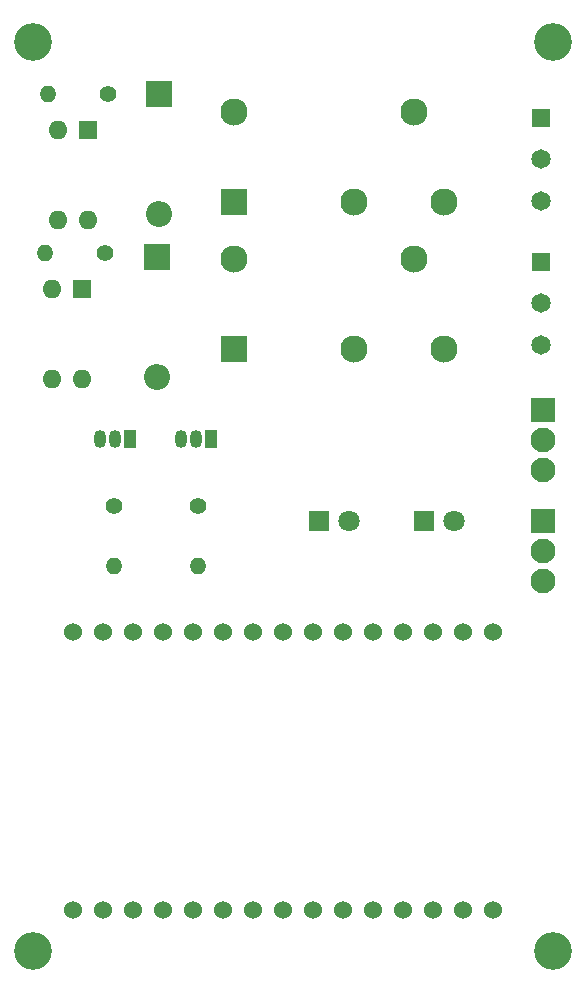
<source format=gbr>
%TF.GenerationSoftware,KiCad,Pcbnew,(5.1.10)-1*%
%TF.CreationDate,2021-06-25T14:15:48-05:00*%
%TF.ProjectId,ESPRelay,45535052-656c-4617-992e-6b696361645f,rev?*%
%TF.SameCoordinates,Original*%
%TF.FileFunction,Soldermask,Bot*%
%TF.FilePolarity,Negative*%
%FSLAX46Y46*%
G04 Gerber Fmt 4.6, Leading zero omitted, Abs format (unit mm)*
G04 Created by KiCad (PCBNEW (5.1.10)-1) date 2021-06-25 14:15:48*
%MOMM*%
%LPD*%
G01*
G04 APERTURE LIST*
%ADD10C,1.524000*%
%ADD11C,1.800000*%
%ADD12R,1.800000X1.800000*%
%ADD13R,2.200000X2.200000*%
%ADD14O,2.200000X2.200000*%
%ADD15C,3.200000*%
%ADD16C,2.300000*%
%ADD17R,2.300000X2.300000*%
%ADD18O,1.050000X1.500000*%
%ADD19R,1.050000X1.500000*%
%ADD20C,1.400000*%
%ADD21O,1.400000X1.400000*%
%ADD22O,1.600000X1.600000*%
%ADD23R,1.600000X1.600000*%
%ADD24C,1.650000*%
%ADD25R,1.650000X1.650000*%
%ADD26C,2.100000*%
%ADD27R,2.100000X2.100000*%
G04 APERTURE END LIST*
D10*
%TO.C,U1*%
X124968000Y-110998000D03*
X122428000Y-110998000D03*
X119888000Y-110998000D03*
X117348000Y-110998000D03*
X114808000Y-110998000D03*
X112268000Y-110998000D03*
X109728000Y-110998000D03*
X107188000Y-110998000D03*
X104648000Y-110998000D03*
X102108000Y-110998000D03*
X99568000Y-110998000D03*
X97028000Y-110998000D03*
X94488000Y-110998000D03*
X91948000Y-110998000D03*
X89408000Y-110998000D03*
X89408000Y-134493000D03*
X91948000Y-134493000D03*
X94488000Y-134493000D03*
X97028000Y-134493000D03*
X99568000Y-134493000D03*
X102108000Y-134493000D03*
X104648000Y-134493000D03*
X107188000Y-134493000D03*
X109728000Y-134493000D03*
X112268000Y-134493000D03*
X114808000Y-134493000D03*
X117348000Y-134493000D03*
X119888000Y-134493000D03*
X122428000Y-134493000D03*
X124968000Y-134493000D03*
%TD*%
D11*
%TO.C,D1*%
X112740000Y-101531000D03*
D12*
X110200000Y-101531000D03*
%TD*%
%TO.C,D2*%
X119126000Y-101531000D03*
D11*
X121666000Y-101531000D03*
%TD*%
D13*
%TO.C,D3*%
X96647000Y-65405000D03*
D14*
X96647000Y-75565000D03*
%TD*%
%TO.C,D4*%
X96520000Y-89408000D03*
D13*
X96520000Y-79248000D03*
%TD*%
D15*
%TO.C,H1*%
X86000000Y-61000000D03*
%TD*%
%TO.C,H2*%
X86000000Y-138000000D03*
%TD*%
%TO.C,H3*%
X130000000Y-138000000D03*
%TD*%
%TO.C,H4*%
X130000000Y-61000000D03*
%TD*%
D16*
%TO.C,K1*%
X102997000Y-79375000D03*
X118237000Y-79375000D03*
X120777000Y-86995000D03*
X113157000Y-86995000D03*
D17*
X102997000Y-86995000D03*
%TD*%
%TO.C,K2*%
X102997000Y-74549000D03*
D16*
X113157000Y-74549000D03*
X120777000Y-74549000D03*
X118237000Y-66929000D03*
X102997000Y-66929000D03*
%TD*%
D18*
%TO.C,Q1*%
X99822000Y-94615000D03*
X98552000Y-94615000D03*
D19*
X101092000Y-94615000D03*
%TD*%
%TO.C,Q2*%
X94234000Y-94615000D03*
D18*
X91694000Y-94615000D03*
X92964000Y-94615000D03*
%TD*%
D20*
%TO.C,R1*%
X92329000Y-65405000D03*
D21*
X87249000Y-65405000D03*
%TD*%
%TO.C,R2*%
X86995000Y-78867000D03*
D20*
X92075000Y-78867000D03*
%TD*%
%TO.C,R3*%
X99949000Y-100330000D03*
D21*
X99949000Y-105410000D03*
%TD*%
%TO.C,R4*%
X92837000Y-105410000D03*
D20*
X92837000Y-100330000D03*
%TD*%
D22*
%TO.C,U2*%
X90678000Y-76073000D03*
X88138000Y-68453000D03*
X88138000Y-76073000D03*
D23*
X90678000Y-68453000D03*
%TD*%
%TO.C,U3*%
X90170000Y-81915000D03*
D22*
X87630000Y-89535000D03*
X87630000Y-81915000D03*
X90170000Y-89535000D03*
%TD*%
D24*
%TO.C,J1*%
X129032000Y-86629000D03*
X129032000Y-83129000D03*
D25*
X129032000Y-79629000D03*
%TD*%
%TO.C,J2*%
X129032000Y-67437000D03*
D24*
X129032000Y-70937000D03*
X129032000Y-74437000D03*
%TD*%
D26*
%TO.C,J3*%
X129159000Y-106680000D03*
X129159000Y-104140000D03*
D27*
X129159000Y-101600000D03*
%TD*%
%TO.C,J4*%
X129159000Y-92202000D03*
D26*
X129159000Y-94742000D03*
X129159000Y-97282000D03*
%TD*%
M02*

</source>
